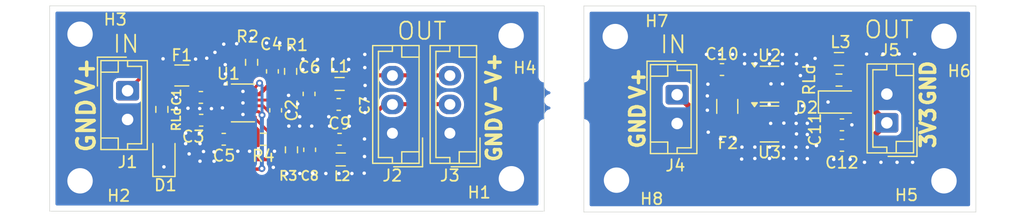
<source format=kicad_pcb>
(kicad_pcb (version 20241229) (generator "pcbnew") (generator_version "9.0")
  (layers (0 "F.Cu" signal) (2 "B.Cu" signal) (13 "F.Paste" user) (15 "B.Paste" user) (5 "F.SilkS" user "F.Silkscreen") (7 "B.SilkS" user "B.Silkscreen") (1 "F.Mask" user) (3 "B.Mask" user) (25 "Edge.Cuts" user))
  (net 0 "")
  (net 1 "/AVSS")
  (net 2 "AGND")
  (net 3 "/AVDD")
  (net 4 "RAW_A")
  (net 5 "Net-(U1-C+)")
  (net 6 "Net-(U1-C-)")
  (net 7 "Net-(U1-CP)")
  (net 8 "/+2.52V")
  (net 9 "/-2.56V")
  (net 10 "RAW_D")
  (net 11 "Net-(U2-OUT)")
  (net 12 "Net-(U1-FB+)")
  (net 13 "Net-(U1-FB-)")
  (net 16 "/3.3V")
  (net 17 "DGND")
  (net 18 "/RAWA_Unprotected")
  (net 19 "/RAWD_Unprotected")
  (net 20 "Net-(D1-A)")
  (net 21 "Net-(D2-A)")
  (footprint "Capacitor_SMD:C_0603_1608Metric_Pad1.08x0.95mm_HandSolder" (layer "F.Cu") (at 112.4977 103.4542 180)
    (property "Reference" "C9" (at 0 1.3716 0) (layer "F.SilkS"))
    (property "Value" "10u")
    (pad "1" smd roundrect (at -0.8625 0 180) (size 1.075 0.95) (layers "F.Cu" "F.Mask" "F.Paste") (net 1 "/AVSS"))
    (pad "2" smd roundrect (at 0.8625 0 180) (size 1.075 0.95) (layers "F.Cu" "F.Mask" "F.Paste") (net 2 "AGND"))
  )
  (footprint "Capacitor_SMD:C_0603_1608Metric_Pad1.08x0.95mm_HandSolder" (layer "F.Cu") (at 100.5078 101.8032 180)
    (property "Reference" "C3" (at 0.6847 -1.4224 180) (layer "F.SilkS"))
    (property "Value" "4.7u")
    (pad "1" smd roundrect (at -0.8625 0 180) (size 1.075 0.95) (layers "F.Cu" "F.Mask" "F.Paste") (net 7 "Net-(U1-CP)"))
    (pad "2" smd roundrect (at 0.8625 0 180) (size 1.075 0.95) (layers "F.Cu" "F.Mask" "F.Paste") (net 2 "AGND"))
  )
  (footprint "Capacitor_SMD:C_0603_1608Metric_Pad1.08x0.95mm_HandSolder" (layer "F.Cu") (at 102.4647 103.4542)
    (property "Reference" "C5" (at 0.0254 1.4224 180) (layer "F.SilkS"))
    (property "Value" "2.2u")
    (pad "1" smd roundrect (at -0.8625 0) (size 1.075 0.95) (layers "F.Cu" "F.Mask" "F.Paste") (net 9 "/-2.56V"))
    (pad "2" smd roundrect (at 0.8625 0) (size 1.075 0.95) (layers "F.Cu" "F.Mask" "F.Paste") (net 2 "AGND"))
  )
  (footprint "Resistor_SMD:R_0603_1608Metric_Pad0.98x0.95mm_HandSolder" (layer "F.Cu") (at 97.1053 100.8634 -90)
    (property "Reference" "RLd" (at 0.8636 -1.2446 90) (layer "F.SilkS") (effects (font (size 0.75 0.75))))
    (property "Value" "5k")
    (pad "1" smd roundrect (at -0.9125 0 270) (size 0.975 0.95) (layers "F.Cu" "F.Mask" "F.Paste") (net 4 "RAW_A"))
    (pad "2" smd roundrect (at 0.9125 0 270) (size 0.975 0.95) (layers "F.Cu" "F.Mask" "F.Paste") (net 20 "Net-(D1-A)"))
  )
  (footprint "Connector_JST:JST_EH_B2B-EH-A_1x02_P2.50mm_Vertical" (layer "F.Cu") (at 94.1335 99.2378 -90)
    (property "Reference" "J1" (at 6.1976 0 180) (layer "F.SilkS"))
    (property "Value" "Conn_01x02_Pin")
    (pad "1" thru_hole roundrect (at 0 0 270) (size 1.7 2) (drill 1) (layers "*.Cu" "*.Mask") (roundrect_rratio 0.147059) (net 18 "/RAWA_Unprotected"))
    (pad "2" thru_hole oval (at 2.5 0 270) (size 1.7 2) (drill 1) (layers "*.Cu" "*.Mask") (net 2 "AGND"))
  )
  (footprint "Connector_JST:JST_EH_B3B-EH-A_1x03_P2.50mm_Vertical" (layer "F.Cu") (at 122.0529 102.9316 90)
    (property "Reference" "J3" (at -3.6722 -0.0048 180) (layer "F.SilkS"))
    (property "Value" "Conn_01x03_Pin")
    (pad "1" thru_hole roundrect (at 0 0 90) (size 1.7 1.95) (drill 0.95) (layers "*.Cu" "*.Mask") (roundrect_rratio 0.147059) (net 2 "AGND"))
    (pad "2" thru_hole oval (at 2.5 0 90) (size 1.7 1.95) (drill 0.95) (layers "*.Cu" "*.Mask") (net 1 "/AVSS"))
    (pad "3" thru_hole oval (at 5 0 90) (size 1.7 1.95) (drill 0.95) (layers "*.Cu" "*.Mask") (net 3 "/AVDD"))
  )
  (footprint "MountingHole:MountingHole_2.2mm_M2_DIN965_Pad_TopBottom" (layer "F.Cu") (at 90.0187 94.3356)
    (property "Reference" "H3" (at 3.048 -1.27 0) (layer "F.SilkS"))
    (property "Value" "MountingHole_Pad")
    (pad "1" thru_hole circle (at 0 0) (size 2.6 2.6) (drill 2.2) (layers "*.Cu" "*.Mask") (net 2 "AGND"))
    (pad "1" connect circle (at 0 0) (size 3.8 3.8) (layers "F.Cu" "F.Mask") (net 2 "AGND"))
    (pad "1" connect circle (at 0 0) (size 3.8 3.8) (layers "B.Cu" "B.Mask") (net 2 "AGND"))
  )
  (footprint "Capacitor_SMD:C_0603_1608Metric_Pad1.08x0.95mm_HandSolder" (layer "F.Cu") (at 112.4215 100.4316 180)
    (property "Reference" "C7" (at -2.2606 -0.1016 90) (layer "F.SilkS") (effects (font (size 0.8 0.8))))
    (property "Value" "10u")
    (pad "1" smd roundrect (at -0.8625 0 180) (size 1.075 0.95) (layers "F.Cu" "F.Mask" "F.Paste") (net 3 "/AVDD"))
    (pad "2" smd roundrect (at 0.8625 0 180) (size 1.075 0.95) (layers "F.Cu" "F.Mask" "F.Paste") (net 2 "AGND"))
  )
  (footprint "Resistor_SMD:R_0603_1608Metric_Pad0.98x0.95mm_HandSolder" (layer "F.Cu") (at 108.2559 97.5614 90)
    (property "Reference" "R1" (at 2.286 0.5334 180) (layer "F.SilkS"))
    (property "Value" "110k")
    (pad "1" smd roundrect (at -0.9125 0 90) (size 0.975 0.95) (layers "F.Cu" "F.Mask" "F.Paste") (net 8 "/+2.52V"))
    (pad "2" smd roundrect (at 0.9125 0 90) (size 0.975 0.95) (layers "F.Cu" "F.Mask" "F.Paste") (net 12 "Net-(U1-FB+)"))
  )
  (footprint "MountingHole:MountingHole_2.2mm_M2_DIN965_Pad_TopBottom" (layer "F.Cu") (at 127.3567 94.4626)
    (property "Reference" "H4" (at 1.1938 2.794 0) (layer "F.SilkS"))
    (property "Value" "MountingHole_Pad")
    (pad "1" thru_hole circle (at 0 0) (size 2.6 2.6) (drill 2.2) (layers "*.Cu" "*.Mask") (net 2 "AGND"))
    (pad "1" connect circle (at 0 0) (size 3.8 3.8) (layers "F.Cu" "F.Mask") (net 2 "AGND"))
    (pad "1" connect circle (at 0 0) (size 3.8 3.8) (layers "B.Cu" "B.Mask") (net 2 "AGND"))
  )
  (footprint "MountingHole:MountingHole_2.2mm_M2_DIN965_Pad_TopBottom" (layer "F.Cu") (at 127.3821 106.8832)
    (property "Reference" "H1" (at -2.794 1.1938 0) (layer "F.SilkS"))
    (property "Value" "MountingHole_Pad")
    (pad "1" thru_hole circle (at 0 0) (size 2.6 2.6) (drill 2.2) (layers "*.Cu" "*.Mask") (net 2 "AGND"))
    (pad "1" connect circle (at 0 0) (size 3.8 3.8) (layers "F.Cu" "F.Mask") (net 2 "AGND"))
    (pad "1" connect circle (at 0 0) (size 3.8 3.8) (layers "B.Cu" "B.Mask") (net 2 "AGND"))
  )
  (footprint "Capacitor_SMD:C_0603_1608Metric_Pad1.08x0.95mm_HandSolder" (layer "F.Cu") (at 106.9605 100.9396 -90)
    (property "Reference" "C2" (at 0 -1.397 90) (layer "F.SilkS"))
    (property "Value" "0.47u")
    (pad "1" smd roundrect (at -0.8625 0 270) (size 1.075 0.95) (layers "F.Cu" "F.Mask" "F.Paste") (net 5 "Net-(U1-C+)"))
    (pad "2" smd roundrect (at 0.8625 0 270) (size 1.075 0.95) (layers "F.Cu" "F.Mask" "F.Paste") (net 6 "Net-(U1-C-)"))
  )
  (footprint "LED_SMD:LED_0805_2012Metric_Pad1.15x1.40mm_HandSolder" (layer "F.Cu") (at 97.2831 104.8258 90)
    (property "Reference" "D1" (at -2.6162 0.127 180) (layer "F.SilkS"))
    (property "Value" "LED")
    (pad "1" smd roundrect (at -1.025 0 90) (size 1.15 1.4) (layers "F.Cu" "F.Mask" "F.Paste") (roundrect_rratio 0.217391) (net 2 "AGND"))
    (pad "2" smd roundrect (at 1.025 0 90) (size 1.15 1.4) (layers "F.Cu" "F.Mask" "F.Paste") (roundrect_rratio 0.217391) (net 20 "Net-(D1-A)"))
  )
  (footprint "Fuse:Fuse_1206_3216Metric_Pad1.42x1.75mm_HandSolder" (layer "F.Cu") (at 98.8325 97.917 180)
    (property "Reference" "F1" (at 0 1.7526 0) (layer "F.SilkS"))
    (property "Value" "Fuse")
    (pad "1" smd roundrect (at -1.4875 0 180) (size 1.425 1.75) (layers "F.Cu" "F.Mask" "F.Paste") (roundrect_rratio 0.175439) (net 4 "RAW_A"))
    (pad "2" smd roundrect (at 1.4875 0 180) (size 1.425 1.75) (layers "F.Cu" "F.Mask" "F.Paste") (roundrect_rratio 0.175439) (net 18 "/RAWA_Unprotected"))
  )
  (footprint "Package_TO_SOT_SMD:SOT-23-5" (layer "F.Cu") (at 149.736618 98.682204)
    (property "Reference" "U2" (at 0 -2.4983 0) (layer "F.SilkS"))
    (property "Value" "TLV70233_SOT23-5" (hide yes))
    (pad "1" smd roundrect (at -1.1375 -0.95) (size 1.325 0.6) (layers "F.Cu" "F.Mask" "F.Paste") (net 10 "RAW_D"))
    (pad "2" smd roundrect (at -1.1375 0) (size 1.325 0.6) (layers "F.Cu" "F.Mask" "F.Paste") (net 17 "DGND"))
    (pad "3" smd roundrect (at -1.1375 0.95) (size 1.325 0.6) (layers "F.Cu" "F.Mask" "F.Paste") (net 10 "RAW_D"))
    (pad "4" smd roundrect (at 1.1375 0.95) (size 1.325 0.6) (layers "F.Cu" "F.Mask" "F.Paste"))
    (pad "5" smd roundrect (at 1.1375 -0.95) (size 1.325 0.6) (layers "F.Cu" "F.Mask" "F.Paste") (net 11 "Net-(U2-OUT)"))
  )
  (footprint "Inductor_SMD:L_0805_2012Metric" (layer "F.Cu") (at 112.4977 98.6536)
    (property "Reference" "L1" (at -0.0254 -1.524 0) (layer "F.SilkS"))
    (property "Value" "22u")
    (pad "1" smd roundrect (at -1.0625 0) (size 0.875 1.2) (layers "F.Cu" "F.Mask" "F.Paste") (net 8 "/+2.52V"))
    (pad "2" smd roundrect (at 1.0625 0) (size 0.875 1.2) (layers "F.Cu" "F.Mask" "F.Paste") (net 3 "/AVDD"))
  )
  (footprint "Package_SON:WSON-12-1EP_3x2mm_P0.5mm_EP1x2.65_ThermalVias" (layer "F.Cu") (at 104.12805 100.3006)
    (property "Reference" "U1" (at -1.25695 -2.536 0) (layer "F.SilkS"))
    (property "Value" "LM27762")
    (pad "1" smd roundrect (at -0.95 -1.25) (size 0.5 0.25) (layers "F.Cu" "F.Mask" "F.Paste") (net 2 "AGND"))
    (pad "2" smd roundrect (at -0.95 -0.75) (size 0.5 0.25) (layers "F.Cu" "F.Mask" "F.Paste") (net 12 "Net-(U1-FB+)"))
    (pad "3" smd roundrect (at -0.95 -0.25) (size 0.5 0.25) (layers "F.Cu" "F.Mask" "F.Paste") (net 4 "RAW_A"))
    (pad "4" smd roundrect (at -0.95 0.25) (size 0.5 0.25) (layers "F.Cu" "F.Mask" "F.Paste") (net 2 "AGND"))
    (pad "5" smd roundrect (at -0.95 0.75) (size 0.5 0.25) (layers "F.Cu" "F.Mask" "F.Paste") (net 7 "Net-(U1-CP)"))
    (pad "6" smd roundrect (at -0.95 1.25) (size 0.5 0.25) (layers "F.Cu" "F.Mask" "F.Paste") (net 9 "/-2.56V"))
    (pad "7" smd roundrect (at 0.95 1.25) (size 0.5 0.25) (layers "F.Cu" "F.Mask" "F.Paste") (net 13 "Net-(U1-FB-)"))
    (pad "8" smd roundrect (at 0.95 0.75) (size 0.5 0.25) (layers "F.Cu" "F.Mask" "F.Paste") (net 4 "RAW_A"))
    (pad "9" smd roundrect (at 0.95 0.25) (size 0.5 0.25) (layers "F.Cu" "F.Mask" "F.Paste") (net 6 "Net-(U1-C-)"))
    (pad "10" smd roundrect (at 0.95 -0.25) (size 0.5 0.25) (layers "F.Cu" "F.Mask" "F.Paste") (net 5 "Net-(U1-C+)"))
    (pad "11" smd roundrect (at 0.95 -0.75) (size 0.5 0.25) (layers "F.Cu" "F.Mask" "F.Paste") (net 8 "/+2.52V"))
    (pad "12" smd roundrect (at 0.95 -1.25) (size 0.5 0.25) (layers "F.Cu" "F.Mask" "F.Paste") (net 4 "RAW_A"))
    (pad "13" thru_hole circle (at 0 -1 90) (size 0.6 0.6) (drill 0.3) (layers "*.Cu") (net 2 "AGND"))
    (pad "13" thru_hole circle (at 0 0) (size 0.6 0.6) (drill 0.3) (layers "*.Cu") (net 2 "AGND"))
    (pad "13" smd rect (at 0 0) (size 1 2.65) (layers "F.Cu" "F.Mask") (net 2 "AGND"))
    (pad "13" smd rect (at 0 0) (size 1 2.65) (layers "B.Cu") (net 2 "AGND"))
    (pad "13" thru_hole circle (at 0 1) (size 0.6 0.6) (drill 0.3) (layers "*.Cu") (net 2 "AGND"))
  )
  (footprint "LED_SMD:LED_0805_2012Metric_Pad1.15x1.40mm_HandSolder" (layer "F.Cu") (at 155.832618 100.221404)
    (property "Reference" "D2" (at -2.8702 0.483715 0) (layer "F.SilkS"))
    (property "Value" "LED")
    (pad "1" smd roundrect (at -1.025 0) (size 1.15 1.4) (layers "F.Cu" "F.Mask" "F.Paste") (roundrect_rratio 0.217391) (net 17 "DGND"))
    (pad "2" smd roundrect (at 1.025 0) (size 1.15 1.4) (layers "F.Cu" "F.Mask" "F.Paste") (roundrect_rratio 0.217391) (net 21 "Net-(D2-A)"))
  )
  (footprint "Resistor_SMD:R_0603_1608Metric_Pad0.98x0.95mm_HandSolder" (layer "F.Cu") (at 105.8937 103.4542 180)
    (property "Reference" "R4" (at 0 -1.4478 0) (layer "F.SilkS"))
    (property "Value" "100k")
    (pad "1" smd roundrect (at -0.9125 0 180) (size 0.975 0.95) (layers "F.Cu" "F.Mask" "F.Paste") (net 13 "Net-(U1-FB-)"))
    (pad "2" smd roundrect (at 0.9125 0 180) (size 0.975 0.95) (layers "F.Cu" "F.Mask" "F.Paste") (net 2 "AGND"))
  )
  (footprint "Capacitor_SMD:C_0603_1608Metric_Pad1.08x0.95mm_HandSolder" (layer "F.Cu") (at 100.4835 99.822 180)
    (property "Reference" "C1" (at 2.1082 0.0254 90) (layer "F.SilkS") (effects (font (size 0.75 0.75))))
    (property "Value" "4.7u")
    (pad "1" smd roundrect (at -0.8625 0 180) (size 1.075 0.95) (layers "F.Cu" "F.Mask" "F.Paste") (net 4 "RAW_A"))
    (pad "2" smd roundrect (at 0.8625 0 180) (size 1.075 0.95) (layers "F.Cu" "F.Mask" "F.Paste") (net 2 "AGND"))
  )
  (footprint "Capacitor_SMD:C_0603_1608Metric_Pad1.08x0.95mm_HandSolder" (layer "F.Cu") (at 106.6811 97.5614 -90)
    (property "Reference" "C4" (at -2.3622 0.1016 180) (layer "F.SilkS"))
    (property "Value" "2.2u")
    (pad "1" smd roundrect (at -0.8625 0 270) (size 1.075 0.95) (layers "F.Cu" "F.Mask" "F.Paste") (net 2 "AGND"))
    (pad "2" smd roundrect (at 0.8625 0 270) (size 1.075 0.95) (layers "F.Cu" "F.Mask" "F.Paste") (net 8 "/+2.52V"))
  )
  (footprint "Resistor_SMD:R_0603_1608Metric_Pad0.98x0.95mm_HandSolder" (layer "F.Cu") (at 104.8777 96.774 -90)
    (property "Reference" "R2" (at -2.2352 0.3556 180) (layer "F.SilkS"))
    (property "Value" "100k")
    (pad "1" smd roundrect (at -0.9125 0 270) (size 0.975 0.95) (layers "F.Cu" "F.Mask" "F.Paste") (net 12 "Net-(U1-FB+)"))
    (pad "2" smd roundrect (at 0.9125 0 270) (size 0.975 0.95) (layers "F.Cu" "F.Mask" "F.Paste") (net 2 "AGND"))
  )
  (footprint "Inductor_SMD:L_0805_2012Metric" (layer "F.Cu") (at 155.756418 96.487604)
    (property "Reference" "L3" (at 0.127 -1.4721 180) (layer "F.SilkS"))
    (property "Value" "22u")
    (pad "1" smd roundrect (at -1.0625 0) (size 0.875 1.2) (layers "F.Cu" "F.Mask" "F.Paste") (net 11 "Net-(U2-OUT)"))
    (pad "2" smd roundrect (at 1.0625 0) (size 0.875 1.2) (layers "F.Cu" "F.Mask" "F.Paste") (net 16 "/3.3V"))
  )
  (footprint "Fuse:Fuse_1206_3216Metric_Pad1.42x1.75mm_HandSolder" (layer "F.Cu") (at 146.079018 100.602404 -90)
    (property "Reference" "F2" (at 3.175 -0.0508 180) (layer "F.SilkS"))
    (property "Value" "Fuse")
    (pad "1" smd roundrect (at -1.4875 0 270) (size 1.425 1.75) (layers "F.Cu" "F.Mask" "F.Paste") (roundrect_rratio 0.175439) (net 10 "RAW_D"))
    (pad "2" smd roundrect (at 1.4875 0 270) (size 1.425 1.75) (layers "F.Cu" "F.Mask" "F.Paste") (roundrect_rratio 0.175439) (net 19 "/RAWD_Unprotected"))
  )
  (footprint "MountingHole:MountingHole_2.2mm_M2_DIN965_Pad_TopBottom" (layer "F.Cu") (at 136.376218 94.537158)
    (property "Reference" "H7" (at 3.59795 -1.33735 0) (layer "F.SilkS"))
    (property "Value" "MountingHole_Pad")
    (pad "1" thru_hole circle (at 0 0) (size 2.6 2.6) (drill 2.2) (layers "*.Cu" "*.Mask") (net 17 "DGND"))
    (pad "1" connect circle (at 0 0) (size 3.8 3.8) (layers "F.Cu" "F.Mask") (net 17 "DGND"))
    (pad "1" connect circle (at 0 0) (size 3.8 3.8) (layers "B.Cu" "B.Mask") (net 17 "DGND"))
  )
  (footprint "Capacitor_SMD:C_0603_1608Metric_Pad1.08x0.95mm_HandSolder" (layer "F.Cu") (at 109.8561 99.5172 -90)
    (property "Reference" "C6" (at -2.3114 -0.0254 180) (layer "F.SilkS"))
    (property "Value" "10u")
    (pad "1" smd roundrect (at -0.8625 0 270) (size 1.075 0.95) (layers "F.Cu" "F.Mask" "F.Paste") (net 8 "/+2.52V"))
    (pad "2" smd roundrect (at 0.8625 0 270) (size 1.075 0.95) (layers "F.Cu" "F.Mask" "F.Paste") (net 2 "AGND"))
  )
  (footprint "Capacitor_SMD:C_0603_1608Metric_Pad1.08x0.95mm_HandSolder" (layer "F.Cu") (at 109.9069 104.3686 90)
    (property "Reference" "C8" (at -2.2606 0 180) (layer "F.SilkS") (effects (font (size 0.8 0.8))))
    (property "Value" "10u")
    (pad "1" smd roundrect (at -0.8625 0 90) (size 1.075 0.95) (layers "F.Cu" "F.Mask" "F.Paste") (net 9 "/-2.56V"))
    (pad "2" smd roundrect (at 0.8625 0 90) (size 1.075 0.95) (layers "F.Cu" "F.Mask" "F.Paste") (net 2 "AGND"))
  )
  (footprint "MountingHole:MountingHole_2.2mm_M2_DIN965_Pad_TopBottom" (layer "F.Cu") (at 90.0187 107.061)
    (property "Reference" "H2" (at 3.3528 1.2954 0) (layer "F.SilkS"))
    (property "Value" "MountingHole_Pad")
    (pad "1" thru_hole circle (at 0 0) (size 2.6 2.6) (drill 2.2) (layers "*.Cu" "*.Mask") (net 2 "AGND"))
    (pad "1" connect circle (at 0 0) (size 3.8 3.8) (layers "F.Cu" "F.Mask") (net 2 "AGND"))
    (pad "1" connect circle (at 0 0) (size 3.8 3.8) (layers "B.Cu" "B.Mask") (net 2 "AGND"))
  )
  (footprint "Resistor_SMD:R_0603_1608Metric_Pad0.98x0.95mm_HandSolder" (layer "F.Cu") (at 155.756418 98.316404)
    (property "Reference" "RLd" (at -2.582929 -0.024285 90) (layer "F.SilkS"))
    (property "Value" "5k")
    (pad "1" smd roundrect (at -0.9125 0) (size 0.975 0.95) (layers "F.Cu" "F.Mask" "F.Paste") (net 16 "/3.3V"))
    (pad "2" smd roundrect (at 0.9125 0) (size 0.975 0.95) (layers "F.Cu" "F.Mask" "F.Paste") (net 21 "Net-(D2-A)"))
  )
  (footprint "Connector_JST:JST_EH_B3B-EH-A_1x03_P2.50mm_Vertical" (layer "F.Cu") (at 117.0745 102.9316 90)
    (property "Reference" "J2" (at -3.6722 -0.0048 180) (layer "F.SilkS"))
    (property "Value" "Conn_01x03_Pin")
    (pad "1" thru_hole roundrect (at 0 0 90) (size 1.7 1.95) (drill 0.95) (layers "*.Cu" "*.Mask") (roundrect_rratio 0.147059) (net 2 "AGND"))
    (pad "2" thru_hole oval (at 2.5 0 90) (size 1.7 1.95) (drill 0.95) (layers "*.Cu" "*.Mask") (net 1 "/AVSS"))
    (pad "3" thru_hole oval (at 5 0 90) (size 1.7 1.95) (drill 0.95) (layers "*.Cu" "*.Mask") (net 3 "/AVDD"))
  )
  (footprint "MountingHole:MountingHole_2.2mm_M2_DIN965_Pad_TopBottom" (layer "F.Cu") (at 164.849618 107.059358)
    (property "Reference" "H5" (at -3.2512 1.2446 0) (layer "F.SilkS"))
    (property "Value" "MountingHole_Pad")
    (pad "1" thru_hole circle (at 0 0) (size 2.6 2.6) (drill 2.2) (layers "*.Cu" "*.Mask") (net 17 "DGND"))
    (pad "1" connect circle (at 0 0) (size 3.8 3.8) (layers "F.Cu" "F.Mask") (net 17 "DGND"))
    (pad "1" connect circle (at 0 0) (size 3.8 3.8) (layers "B.Cu" "B.Mask") (net 17 "DGND"))
  )
  (footprint "MountingHole:MountingHole_2.2mm_M2_DIN965_Pad_TopBottom" (layer "F.Cu") (at 136.486668 107.004304)
    (property "Reference" "H8" (at 3.048 1.6256 0) (layer "F.SilkS"))
    (property "Value" "MountingHole_Pad")
    (pad "1" thru_hole circle (at 0 0) (size 2.6 2.6) (drill 2.2) (layers "*.Cu" "*.Mask") (net 17 "DGND"))
    (pad "1" connect circle (at 0 0) (size 3.8 3.8) (layers "F.Cu" "F.Mask") (net 17 "DGND"))
    (pad "1" connect circle (at 0 0) (size 3.8 3.8) (layers "B.Cu" "B.Mask") (net 17 "DGND"))
  )
  (footprint "Capacitor_SMD:C_0603_1608Metric_Pad1.08x0.95mm_HandSolder" (layer "F.Cu") (at 145.621818 97.402004 180)
    (property "Reference" "C10" (at 0 1.3462 0) (layer "F.SilkS"))
    (property "Value" "4.7u")
    (pad "1" smd roundrect (at -0.8625 0 180) (size 1.075 0.95) (layers "F.Cu" "F.Mask" "F.Paste") (net 10 "RAW_D"))
    (pad "2" smd roundrect (at 0.8625 0 180) (size 1.075 0.95) (layers "F.Cu" "F.Mask" "F.Paste") (net 17 "DGND"))
  )
  (footprint "Connector_JST:JST_EH_B2B-EH-A_1x02_P2.50mm_Vertical" (layer "F.Cu") (at 159.901418 102.030204 90)
    (property "Reference" "J5" (at 6.3046 0.2492 180) (layer "F.SilkS"))
    (property "Value" "Conn_01x02_Pin")
    (pad "1" thru_hole roundrect (at 0 0 90) (size 1.7 2) (drill 1) (layers "*.Cu" "*.Mask") (roundrect_rratio 0.147059) (net 16 "/3.3V"))
    (pad "2" thru_hole oval (at 2.5 0 90) (size 1.7 2) (drill 1) (layers "*.Cu" "*.Mask") (net 17 "DGND"))
  )
  (footprint "Inductor_SMD:L_0805_2012Metric" (layer "F.Cu") (at 112.5993 105.2068)
    (property "Reference" "L2" (at 0.127 1.4478 180) (layer "F.SilkS") (effects (font (size 0.8 0.8))))
    (property "Value" "22u")
    (pad "1" smd roundrect (at -1.0625 0) (size 0.875 1.2) (layers "F.Cu" "F.Mask" "F.Paste") (net 9 "/-2.56V"))
    (pad "2" smd roundrect (at 1.0625 0) (size 0.875 1.2) (layers "F.Cu" "F.Mask" "F.Paste") (net 1 "/AVSS"))
  )
  (footprint "Capacitor_SMD:C_0603_1608Metric_Pad1.08x0.95mm_HandSolder" (layer "F.Cu") (at 156.010418 103.980604 180)
    (property "Reference" "C12" (at 0 -1.4986 180) (layer "F.SilkS"))
    (property "Value" "10u")
    (pad "1" smd roundrect (at -0.8625 0 180) (size 1.075 0.95) (layers "F.Cu" "F.Mask" "F.Paste") (net 16 "/3.3V"))
    (pad "2" smd roundrect (at 0.8625 0 180) (size 1.075 0.95) (layers "F.Cu" "F.Mask" "F.Paste") (net 17 "DGND"))
  )
  (footprint "Resistor_SMD:R_0603_1608Metric_Pad0.98x0.95mm_HandSolder" (layer "F.Cu") (at 108.3321 104.3686 -90)
    (property "Reference" "R3" (at 2.2606 0.2794 180) (layer "F.SilkS") (effects (font (size 0.8 0.8))))
    (property "Value" "110k")
    (pad "1" smd roundrect (at -0.9125 0 270) (size 0.975 0.95) (layers "F.Cu" "F.Mask" "F.Paste") (net 13 "Net-(U1-FB-)"))
    (pad "2" smd roundrect (at 0.9125 0 270) (size 0.975 0.95) (layers "F.Cu" "F.Mask" "F.Paste") (net 9 "/-2.56V"))
  )
  (footprint "MountingHole:MountingHole_2.2mm_M2_DIN965_Pad_TopBottom" (layer "F.Cu") (at 164.849618 94.511758)
    (property "Reference" "H6" (at 1.3208 3.0226 0) (layer "F.SilkS"))
    (property "Value" "MountingHole_Pad")
    (pad "1" thru_hole circle (at 0 0) (size 2.6 2.6) (drill 2.2) (layers "*.Cu" "*.Mask") (net 17 "DGND"))
    (pad "1" connect circle (at 0 0) (size 3.8 3.8) (layers "F.Cu" "F.Mask") (net 17 "DGND"))
    (pad "1" connect circle (at 0 0) (size 3.8 3.8) (layers "B.Cu" "B.Mask") (net 17 "DGND"))
  )
  (footprint "Package_TO_SOT_SMD:SOT-23-5" (layer "F.Cu") (at 149.736618 102.126404)
    (property "Reference" "U3" (at 0 2.4638 0) (layer "F.SilkS"))
    (property "Value" "TLV70233_SOT23-5" (hide yes))
    (pad "1" smd roundrect (at -1.1375 -0.95) (size 1.325 0.6) (layers "F.Cu" "F.Mask" "F.Paste") (net 10 "RAW_D"))
    (pad "2" smd roundrect (at -1.1375 0) (size 1.325 0.6) (layers "F.Cu" "F.Mask" "F.Paste") (net 17 "DGND"))
    (pad "3" smd roundrect (at -1.1375 0.95) (size 1.325 0.6) (layers "F.Cu" "F.Mask" "F.Paste") (net 10 "RAW_D"))
    (pad "4" smd roundrect (at 1.1375 0.95) (size 1.325 0.6) (layers "F.Cu" "F.Mask" "F.Paste"))
    (pad "5" smd roundrect (at 1.1375 -0.95) (size 1.325 0.6) (layers "F.Cu" "F.Mask" "F.Paste") (net 11 "Net-(U2-OUT)"))
  )
  (footprint "Connector_JST:JST_EH_B2B-EH-A_1x02_P2.50mm_Vertical" (layer "F.Cu") (at 141.735618 99.586404 -90)
    (property "Reference" "J4" (at 6.1479 0.1524 180) (layer "F.SilkS"))
    (property "Value" "Conn_01x02_Pin")
    (pad "1" thru_hole roundrect (at 0 0 270) (size 1.7 2) (drill 1) (layers "*.Cu" "*.Mask") (roundrect_rratio 0.147059) (net 19 "/RAWD_Unprotected"))
    (pad "2" thru_hole oval (at 2.5 0 270) (size 1.7 2) (drill 1) (layers "*.Cu" "*.Mask") (net 17 "DGND"))
  )
  (footprint "Capacitor_SMD:C_0603_1608Metric_Pad1.08x0.95mm_HandSolder" (layer "F.Cu") (at 156.010418 102.202604)
    (property "Reference" "C11" (at -2.3368 0.4064 90) (layer "F.SilkS"))
    (property "Value" "10u")
    (pad "1" smd roundrect (at -0.8625 0) (size 1.075 0.95) (layers "F.Cu" "F.Mask" "F.Paste") (net 11 "Net-(U2-OUT)"))
    (pad "2" smd roundrect (at 0.8625 0) (size 1.075 0.95) (layers "F.Cu" "F.Mask" "F.Paste") (net 17 "DGND"))
  )
  (gr_line (start 130.2269 109.7026) (end 130.2269 102.2096) (stroke (width 0.05)) (layer "Edge.Cuts"))
  (gr_line (start 130.2269 91.8718) (end 87.3869 91.8718) (stroke (width 0.05)) (layer "Edge.Cuts"))
  (gr_line (start 130.2269 102.2096) (end 130.2269 98.0186) (stroke (width 0.05)) (layer "Edge.Cuts"))
  (gr_line (start 130.2269 98.0186) (end 130.2269 91.8718) (stroke (width 0.05)) (layer "Edge.Cuts"))
  (gr_line (start 133.656293 91.881354) (end 133.6559 98.0186) (stroke (width 0.05)) (layer "Edge.Cuts"))
  (gr_line (start 133.6559 98.0186) (end 133.6559 102.2096) (stroke (width 0.05)) (layer "Edge.Cuts"))
  (gr_line (start 167.612644 109.768662) (end 167.612644 91.881354) (stroke (width 0.05)) (layer "Edge.Cuts"))
  (gr_line (start 167.612644 91.881354) (end 133.656293 91.881354) (stroke (width 0.05)) (layer "Edge.Cuts"))
  (gr_line (start 133.656293 109.768662) (end 167.612644 109.768662) (stroke (width 0.05)) (layer "Edge.Cuts"))
  (gr_line (start 133.6559 102.2096) (end 133.656293 109.768662) (stroke (width 0.05)) (layer "Edge.Cuts"))
  (gr_line (start 87.3869 109.7026) (end 130.2269 109.7026) (stroke (width 0.05)) (layer "Edge.Cuts"))
  (gr_line (start 87.3869 109.7026) (end 87.3869 91.8718) (stroke (width 0.05)) (layer "Edge.Cuts"))
  (gr_text "GND" (at 91.4335 104.7378 90) (layer "F.SilkS") (effects (font (size 1.5 1.5) (thickness 0.3) (bold yes)) (justify left bottom)))
  (gr_text "OUT\n" (at 117.3745 94.9316 0) (layer "F.SilkS") (effects (font (size 1.5 1.5)) (justify left bottom)))
  (gr_text "3V3" (at 164.209118 104.376804 90) (layer "F.SilkS") (effects (font (size 1.25 1.25) (thickness 0.3) (bold yes)) (justify left bottom)))
  (gr_text "V+" (at 91.3649 99.7458 90) (layer "F.SilkS") (effects (font (size 1.5 1.5) (thickness 0.3) (bold yes)) (justify left bottom)))
  (gr_text "V-\n" (at 126.6201 101.5492 90) (layer "F.SilkS") (effects (font (size 1.25 1.25) (thickness 0.3) (bold yes)) (justify left bottom)))
  (gr_text "GND" (at 164.209118 100.693804 90) (layer "F.SilkS") (effects (font (size 1.25 1.25) (thickness 0.3) (bold yes)) (justify left bottom)))
  (gr_text "GND" (at 126.6201 105.5624 90) (layer "F.SilkS") (effects (font (size 1.25 1.25) (thickness 0.3) (bold yes)) (justify left bottom)))
  (gr_text "IN" (at 140.160818 96.107704 0) (layer "F.SilkS") (effects (font (size 1.5 1.5)) (justify left bottom)))
  (gr_text "OUT\n" (at 157.839218 94.812304 0) (layer "F.SilkS") (effects (font (size 1.5 1.5)) (justify left bottom)))
  (gr_text "V+\n" (at 126.5693 98.806 90) (layer "F.SilkS") (effects (font (size 1.25 1.25) (thickness 0.3) (bold yes)) (justify left bottom)))
  (gr_text "IN" (at 92.7619 96.0628 0) (layer "F.SilkS") (effects (font (size 1.5 1.5)) (justify left bottom)))
  (gr_text "V+\n" (at 139.035618 100.109604 90) (layer "F.SilkS") (effects (font (size 1.25 1.25) (thickness 0.3) (bold yes)) (justify left bottom)))
  (gr_text "GND" (at 139.035618 104.402204 90) (layer "F.SilkS") (effects (font (size 1.25 1.25) (thickness 0.3) (bold yes)) (justify left bottom)))
  (segment (start 116.4082 100.4062) (end 121.9767 100.4062) (width 0.35) (layer "F.Cu") (net 1))
  (segment (start 113.4375 103.5315) (end 113.4375 104.9825) (width 0.35) (layer "F.Cu") (net 1))
  (segment (start 113.3613 103.4542) (end 113.3602 103.4542) (width 0.35) (layer "F.Cu") (net 1))
  (segment (start 113.3602 103.4542) (end 113.4375 103.5315) (width 0.35) (layer "F.Cu") (net 1))
  (segment (start 113.3602 103.4542) (end 116.4082 100.4062) (width 0.35) (layer "F.Cu") (net 1))
  (segment (start 113.4375 104.9825) (end 113.6618 105.2068) (width 0.35) (layer "F.Cu") (net 1))
  (segment (start 109.855 100.3808) (end 109.8561 100.3797) (width 0.35) (layer "F.Cu") (net 2))
  (segment (start 110.0847 103.3283) (end 109.9069 103.5061) (width 0.2) (layer "F.Cu") (net 2))
  (segment (start 102.607814 98.644314) (end 103.0141 99.0506) (width 0.25) (layer "F.Cu") (net 2))
  (segment (start 108.8655 100.3808) (end 109.855 100.3808) (width 0.35) (layer "F.Cu") (net 2))
  (segment (start 99.4686 101.6254) (end 99.621 101.473) (width 0.35) (layer "F.Cu") (net 2))
  (segment (start 110.0847 102.362) (end 110.0847 103.3283) (width 0.2) (layer "F.Cu") (net 2))
  (segment (start 111.6341 102.4128) (end 111.6341 103.4531) (width 0.2) (layer "F.Cu") (net 2))
  (segment (start 102.98765 99.0506) (end 103.17805 99.0506) (width 0.25) (layer "F.Cu") (net 2))
  (segment (start 111.6341 103.4531) (end 111.6352 103.4542) (width 0.35) (layer "F.Cu") (net 2))
  (segment (start 111.559 101.4973) (end 111.559 100.4316) (width 0.35) (layer "F.Cu") (net 2))
  (segment (start 103.0141 99.0506) (end 103.17805 99.0506) (width 0.25) (layer "F.Cu") (net 2))
  (via (at 102.347713 100.731503) (size 0.6) (drill 0.3) (layers "F.Cu" "B.Cu") (net 2))
  (via (at 113.2851 96.52) (size 0.6) (drill 0.3) (layers "F.Cu" "B.Cu") (net 2))
  (via (at 101.3979 100.797) (size 0.6) (drill 0.3) (layers "F.Cu" "B.Cu") (net 2))
  (via (at 108.1797 95.5294) (size 0.6) (drill 0.3) (layers "F.Cu" "B.Cu") (net 2))
  (via (at 103.6839 104.4956) (size 0.6) (drill 0.3) (layers "F.Cu" "B.Cu") (net 2))
  (via (at 111.559 101.4973) (size 0.6) (drill 0.3) (layers "F.Cu" "B.Cu") (net 2))
  (via (at 114.6821 97.2312) (size 0.6) (drill 0.3) (layers "F.Cu" "B.Cu") (net 2))
  (via (at 99.4675 104.7242) (size 0.6) (drill 0.3) (layers "F.Cu" "B.Cu") (net 2))
  (via (at 98.3499 99.822) (size 0.6) (drill 0.3) (layers "F.Cu" "B.Cu") (net 2))
  (via (at 108.0781 99.6442) (size 0.6) (drill 0.3) (layers "F.Cu" "B.Cu") (net 2))
  (via (at 109.3227 97.409) (size 0.6) (drill 0.3) (layers "F.Cu" "B.Cu") (net 2))
  (via (at 114.6567 103.4288) (size 0.6) (drill 0.3) (layers "F.Cu" "B.Cu") (net 2))
  (via (at 113.2851 97.409) (size 0.6) (drill 0.3) (layers "F.Cu" "B.Cu") (net 2))
  (via (at 99.1627 103.8352) (size 0.6) (drill 0.3) (layers "F.Cu" "B.Cu") (net 2))
  (via (at 104.8777 94.6912) (size 0.6) (drill 0.3) (layers "F.Cu" "B.Cu") (net 2))
  (via (at 100.7121 104.521) (size 0.6) (drill 0.3) (layers "F.Cu" "B.Cu") (net 2))
  (via (at 108.1035 102.3112) (size 0.6) (drill 0.3) (layers "F.Cu" "B.Cu") (net 2))
  (via (at 102.59412 96.9772) (size 0.6) (drill 0.3) (layers "F.Cu" "B.Cu") (net 2))
  (via (at 113.3359 102.3112) (size 0.6) (drill 0.3) (layers "F.Cu" "B.Cu") (net 2))
  (via (at 98.3499 100.7618) (size 0.6) (drill 0.3) (layers "F.Cu" "B.Cu") (net 2))
  (via (at 111.6341 102.3112) (size 0.6) (drill 0.3) (layers "F.Cu" "B.Cu") (net 2))
  (via (at 100.9915 96.4184) (size 0.6) (drill 0.3) (layers "F.Cu" "B.Cu") (net 2))
  (via (at 109.05346 106.426) (size 0.6) (drill 0.3) (layers "F.Cu" "B.Cu") (net 2))
  (via (at 102.6171 97.79) (size 0.6) (drill 0.3) (layers "F.Cu" "B.Cu") (net 2))
  (via (at 114.7075 99.949) (size 0.6) (drill 0.3) (layers "F.Cu" "B.Cu") (net 2))
  (via (at 114.6313 106.4006) (size 0.6) (drill 0.3) (layers "F.Cu" "B.Cu") (net 2))
  (via (at 100.0263 96.4946) (size 0.6) (drill 0.3) (layers "F.Cu" "B.Cu") (net 2))
  (via (at 106.1731 95.0976) (size 0.6) (drill 0.3) (layers "F.Cu" "B.Cu") (net 2))
  (via (at 110.0847 102.3112) (size 0.6) (drill 0.3) (layers "F.Cu" "B.Cu") (net 2))
  (via (at 102.4647 95.1992) (size 0.6) (drill 0.3) (layers "F.Cu" "B.Cu") (net 2))
  (via (at 109.0433 101.4984) (size 0.6) (drill 0.3) (layers "F.Cu" "B.Cu") (net 2))
  (via (at 113.5645 106.426) (size 0.6) (drill 0.3) (layers "F.Cu" "B.Cu") (net 2))
  (via (at 114.7075 101.1428) (size 0.6) (drill 0.3) (layers "F.Cu" "B.Cu") (net 2))
  (via (at 111.9135 96.4946) (size 0.6) (drill 0.3) (layers "F.Cu" "B.Cu") (net 2))
  (via (at 99.3659 100.7618) (size 0.6) (drill 0.3) (layers "F.Cu" "B.Cu") (net 2))
  (via (at 101.6265 104.5464) (size 0.6) (drill 0.3) (layers "F.Cu" "B.Cu") (net 2))
  (via (at 111.9135 97.409) (size 0.6) (drill 0.3) (layers "F.Cu" "B.Cu") (net 2))
  (via (at 108.1035 101.0412) (size 0.6) (drill 0.3) (layers "F.Cu" "B.Cu") (net 2))
  (via (at 97.2069 96.4692) (size 0.6) (drill 0.3) (layers "F.Cu" "B.Cu") (net 2))
  (via (at 100.3565 102.9208) (size 0.6) (drill 0.3) (layers "F.Cu" "B.Cu") (net 2))
  (via (at 106.8589 104.4956) (size 0.6) (drill 0.3) (layers "F.Cu" "B.Cu") (net 2))
  (via (at 102.607814 98.644314) (size 0.6) (drill 0.3) (layers "F.Cu" "B.Cu") (net 2))
  (via (at 100.4073 105.3592) (size 0.6) (drill 0.3) (layers "F.Cu" "B.Cu") (net 2))
  (via (at 107.9257 106.426) (size 0.6) (drill 0.3) (layers "F.Cu" "B.Cu") (net 2))
  (via (at 104.6999 104.4956) (size 0.6) (drill 0.3) (layers "F.Cu" "B.Cu") (net 2))
  (via (at 100.4073 103.8352) (size 0.6) (drill 0.3) (layers "F.Cu" "B.Cu") (net 2))
  (via (at 109.3227 96.4946) (size 0.6) (drill 0.3) (layers "F.Cu" "B.Cu") (net 2))
  (via (at 101.7027 95.9104) (size 0.6) (drill 0.3) (layers "F.Cu" "B.Cu") (net 2))
  (via (at 114.6821 96.0882) (size 0.6) (drill 0.3) (layers "F.Cu" "B.Cu") (net 2))
  (via (at 108.8655 100.3808) (size 0.6) (drill 0.3) (layers "F.Cu" "B.Cu") (net 2))
  (via (at 110.5861 96.52) (size 0.6) (drill 0.3) (layers "F.Cu" "B.Cu") (net 2))
  (via (at 114.7075 98.7806) (size 0.6) (drill 0.3) (layers "F.Cu" "B.Cu") (net 2))
  (via (at 103.5823 95.1588) (size 0.6) (drill 0.3) (layers "F.Cu" "B.Cu") (net 2))
  (via (at 111.30898 106.426) (size 0.6) (drill 0.3) (layers "F.Cu" "B.Cu") (net 2))
  (via (at 106.7573 105.8926) (size 0.6) (drill 0.3) (layers "F.Cu" "B.Cu") (net 2))
  (via (at 110.5673 97.409) (size 0.6) (drill 0.3) (layers "F.Cu" "B.Cu") (net 2))
  (via (at 107.3161 95.0976) (size 0.6) (drill 0.3) (layers "F.Cu" "B.Cu") (net 2))
  (via (at 114.6567 104.9528) (size 0.6) (drill 0.3) (layers "F.Cu" "B.Cu") (net 2))
  (via (at 113.3359 101.473) (size 0.6) (drill 0.3) (layers "F.Cu" "B.Cu") (net 2))
  (via (at 100.3819 100.7872) (size 0.6) (drill 0.3) (layers "F.Cu" "B.Cu") (net 2))
  (via (at 109.0433 102.3112) (size 0.6) (drill 0.3) (layers "F.Cu" "B.Cu") (net 2))
  (via (at 97.2831 105.8508) (size 0.6) (drill 0.3) (layers "F.Cu" "B.Cu") (net 2))
  (via (at 99.1627 102.9208) (size 0.6) (drill 0.3) (layers "F.Cu" "B.Cu") (net 2))
  (via (at 112.43674 106.426) (size 0.6) (drill 0.3) (layers "F.Cu" "B.Cu") (net 2))
  (via (at 110.18122 106.426) (size 0.6) (drill 0.3) (layers "F.Cu" "B.Cu") (net 2))
  (via (at 101.6265 105.3592) (size 0.6) (drill 0.3) (layers "F.Cu" "B.Cu") (net 2))
  (segment (start 113.5602 100.1554) (end 113.284 100.4316) (width 0.35) (layer "F.Cu") (net 3))
  (segment (start 114.3076 97.9062) (end 121.9767 97.9062) (width 0.35) (layer "F.Cu") (net 3))
  (segment (start 113.5602 98.6536) (end 113.5602 100.1554) (width 0.35) (layer "F.Cu") (net 3))
  (segment (start 113.5602 98.6536) (end 114.3076 97.9062) (width 0.35) (layer "F.Cu") (net 3))
  (segment (start 105.07805 101.0506) (end 105.476416 101.0506) (width 0.25) (layer "F.Cu") (net 4))
  (segment (start 101.2963 99.695) (end 101.2963 99.8485) (width 0.3) (layer "F.Cu") (net 4))
  (segment (start 101.6 100.0506) (end 101.4476 99.8982) (width 0.25) (layer "F.Cu") (net 4))
  (segment (start 105.568252 98.582152) (end 105.546498 98.582152) (width 0.25) (layer "F.Cu") (net 4))
  (segment (start 103.17805 100.0506) (end 101.6 100.0506) (width 0.25) (layer "F.Cu") (net 4))
  (segment (start 105.7159 106.045) (end 105.7667 105.9942) (width 0.3) (layer "F.Cu") (net 4))
  (segment (start 98.4388 104.7115) (end 99.7723 106.045) (width 0.3) (layer "F.Cu") (net 4))
  (segment (start 97.1053 100.449554) (end 98.4388 101.783054) (width 0.3) (layer "F.Cu") (net 4))
  (segment (start 100.32 97.917) (end 99.28937 97.917) (width 0.3) (layer "F.Cu") (net 4))
  (segment (start 98.4388 101.783054) (end 98.4388 104.7115) (width 0.3) (layer "F.Cu") (net 4))
  (segment (start 99.28937 97.917) (end 97.4609 99.74547) (width 0.3) (layer "F.Cu") (net 4))
  (segment (start 100.32 97.917) (end 100.32 98.7187) (width 0.3) (layer "F.Cu") (net 4))
  (segment (start 97.1053 99.9509) (end 97.1053 100.449554) (width 0.3) (layer "F.Cu") (net 4))
  (segment (start 100.32 98.7187) (end 101.2963 99.695) (width 0.3) (layer "F.Cu") (net 4))
  (segment (start 105.546498 98.582152) (end 105.07805 99.0506) (width 0.25) (layer "F.Cu") (net 4))
  (segment (start 105.476416 101.0506) (end 105.781958 101.356142) (width 0.25) (layer "F.Cu") (net 4))
  (segment (start 99.7723 106.045) (end 105.7159 106.045) (width 0.3) (layer "F.Cu") (net 4))
  (via (at 105.568252 98.582152) (size 0.6) (drill 0.3) (layers "F.Cu" "B.Cu") (net 4))
  (via (at 105.7667 105.9942) (size 0.6) (drill 0.3) (layers "F.Cu" "B.Cu") (net 4))
  (via (at 105.781958 101.356142) (size 0.6) (drill 0.3) (layers "F.Cu" "B.Cu") (net 4))
  (segment (start 105.781958 98.795858) (end 105.568252 98.582152) (width 0.25) (layer "B.Cu") (net 4))
  (segment (start 105.781958 101.356142) (end 105.781958 98.795858) (width 0.25) (layer "B.Cu") (net 4))
  (segment (start 105.7667 105.9942) (end 105.7667 101.3714) (width 0.35) (layer "B.Cu") (net 4))
  (segment (start 105.7667 101.3714) (end 105.781958 101.356142) (width 0.35) (layer "B.Cu") (net 4))
  (segment (start 106.8578 100.0506) (end 105.07805 100.0506) (width 0.25) (layer "F.Cu") (net 5))
  (segment (start 106.9351 100.1279) (end 106.8578 100.0506) (width 0.25) (layer "F.Cu") (net 5))
  (segment (start 105.8603 100.5506) (end 105.07805 100.5506) (width 0.25) (layer "F.Cu") (net 6))
  (segment (start 106.9351 101.6254) (end 105.8603 100.5506) (width 0.25) (layer "F.Cu") (net 6))
  (segment (start 106.9351 101.8529) (end 106.9351 101.6254) (width 0.25) (layer "F.Cu") (net 6))
  (segment (start 102.1853 101.7778) (end 101.3968 101.7778) (width 0.25) (layer "F.Cu") (net 7))
  (segment (start 103.17805 101.0506) (end 102.9125 101.0506) (width 0.25) (layer "F.Cu") (net 7))
  (segment (start 102.9125 101.0506) (end 102.1853 101.7778) (width 0.25) (layer "F.Cu") (net 7))
  (segment (start 105.07805 99.5506) (end 105.5544 99.5506) (width 0.35) (layer "F.Cu") (net 8))
  (segment (start 106.4028 98.5001) (end 106.7827 98.5001) (width 0.25) (layer "F.Cu") (net 8))
  (segment (start 108.2059 98.4239) (end 108.2559 98.4739) (width 0.35) (layer "F.Cu") (net 8))
  (segment (start 111.2555 98.4739) (end 111.4352 98.6536) (width 0.35) (layer "F.Cu") (net 8))
  (segment (start 106.6811 98.4239) (end 108.2059 98.4239) (width 0.35) (layer "F.Cu") (net 8))
  (segment (start 105.5544 99.5506) (end 106.6811 98.4239) (width 0.35) (layer "F.Cu") (net 8))
  (segment (start 108.2559 98.4739) (end 111.2555 98.4739) (width 0.35) (layer "F.Cu") (net 8))
  (segment (start 101.6022 103.4531) (end 101.6022 103.4542) (width 0.35) (layer "F.Cu") (net 9))
  (segment (start 103.17805 101.5506) (end 103.17805 101.87725) (width 0.35) (layer "F.Cu") (net 9))
  (segment (start 108.2422 105.1912) (end 108.3321 105.2811) (width 0.35) (layer "F.Cu") (net 9))
  (segment (start 103.17805 101.87725) (end 101.6022 103.4531) (width 0.35) (layer "F.Cu") (net 9))
  (segment (start 109.9312 105.2068) (end 109.9069 105.2311) (width 0.35) (layer "F.Cu") (net 9))
  (segment (start 108.3321 105.2811) (end 111.4625 105.2811) (width 0.35) (layer "F.Cu") (net 9))
  (segment (start 103.3392 105.1912) (end 108.2422 105.1912) (width 0.35) (layer "F.Cu") (net 9))
  (segment (start 101.6022 103.4542) (end 103.3392 105.1912) (width 0.35) (layer "F.Cu") (net 9))
  (segment (start 147.933218 97.732204) (end 146.550518 99.114904) (width 0.5) (layer "F.Cu") (net 10))
  (segment (start 146.079018 99.114904) (end 146.484318 98.709604) (width 0.5) (layer "F.Cu") (net 10))
  (segment (start 146.079018 99.114904) (end 146.079018 99.408604) (width 0.5) (layer "F.Cu") (net 10))
  (segment (start 147.912818 99.632204) (end 147.107718 100.437304) (width 0.3) (layer "F.Cu") (net 10))
  (segment (start 146.484318 98.709604) (end 146.484318 97.402004) (width 0.5) (layer "F.Cu") (net 10))
  (segment (start 148.599118 99.632204) (end 147.912818 99.632204) (width 0.3) (layer "F.Cu") (net 10))
  (segment (start 147.936619 103.076404) (end 148.599118 103.076404) (width 0.3) (layer "F.Cu") (net 10))
  (segment (start 147.425218 102.565003) (end 147.936619 103.076404) (width 0.3) (layer "F.Cu") (net 10))
  (segment (start 147.107718 100.437304) (end 147.846818 101.176404) (width 0.5) (layer "F.Cu") (net 10))
  (segment (start 146.079018 99.357804) (end 146.079018 99.114904) (width 0.5) (layer "F.Cu") (net 10))
  (segment (start 148.599118 97.732204) (end 147.933218 97.732204) (width 0.5) (layer "F.Cu") (net 10))
  (segment (start 147.425218 100.754804) (end 147.425218 102.565003) (width 0.3) (layer "F.Cu") (net 10))
  (segment (start 147.846818 101.176404) (end 148.599118 101.176404) (width 0.5) (layer "F.Cu") (net 10))
  (segment (start 147.107718 100.437304) (end 147.425218 100.754804) (width 0.3) (layer "F.Cu") (net 10))
  (segment (start 146.079018 99.408604) (end 147.107718 100.437304) (width 0.5) (layer "F.Cu") (net 10))
  (segment (start 146.550518 99.114904) (end 146.079018 99.114904) (width 0.5) (layer "F.Cu") (net 10))
  (segment (start 148.599118 101.176404) (end 148.538118 101.237404) (width 0.5) (layer "F.Cu") (net 10))
  (segment (start 150.889818 101.176404) (end 150.874118 101.176404) (width 0.5) (layer "F.Cu") (net 11))
  (segment (start 153.368818 97.812704) (end 153.368818 99.332404) (width 0.5) (layer "F.Cu") (net 11))
  (segment (start 154.693918 96.487604) (end 153.368818 97.812704) (width 0.5) (layer "F.Cu") (net 11))
  (segment (start 154.610418 102.202604) (end 155.147918 102.202604) (width 0.5) (layer "F.Cu") (net 11))
  (segment (start 150.874118 101.176404) (end 150.935118 101.237404) (width 0.5) (layer "F.Cu") (net 11))
  (segment (start 153.368818 99.332404) (end 153.368818 100.961004) (width 0.5) (layer "F.Cu") (net 11))
  (segment (start 153.368818 99.103804) (end 152.962418 99.103804) (width 0.5) (layer "F.Cu") (net 11))
  (segment (start 153.368818 100.961004) (end 154.610418 102.202604) (width 0.5) (layer "F.Cu") (net 11))
  (segment (start 151.159018 97.732204) (end 152.530618 99.103804) (width 0.5) (layer "F.Cu") (net 11))
  (segment (start 152.530618 99.103804) (end 153.368818 99.103804) (width 0.5) (layer "F.Cu") (net 11))
  (segment (start 150.874118 97.732204) (end 151.159018 97.732204) (width 0.5) (layer "F.Cu") (net 11))
  (segment (start 152.962418 99.103804) (end 150.889818 101.176404) (width 0.5) (layer "F.Cu") (net 11))
  (segment (start 108.3321 96.7251) (end 108.1308 96.7251) (width 0.3) (layer "F.Cu") (net 12))
  (segment (start 101.731437 96.846863) (end 102.7695 95.8088) (width 0.3) (layer "F.Cu") (net 12))
  (segment (start 101.731437 98.828067) (end 101.731437 96.846863) (width 0.3) (layer "F.Cu") (net 12))
  (segment (start 107.192746 95.8088) (end 107.270546 95.8866) (width 0.3) (layer "F.Cu") (net 12))
  (segment (start 108.1308 96.7251) (end 107.2907 95.885) (width 0.3) (layer "F.Cu") (net 12))
  (segment (start 108.109046 96.7251) (end 108.3321 96.7251) (width 0.3) (layer "F.Cu") (net 12))
  (segment (start 102.7695 95.8088) (end 107.192746 95.8088) (width 0.3) (layer "F.Cu") (net 12))
  (segment (start 103.17805 99.5506) (end 102.45397 99.5506) (width 0.3) (layer "F.Cu") (net 12))
  (segment (start 102.45397 99.5506) (end 101.731437 98.828067) (width 0.3) (layer "F.Cu") (net 12))
  (segment (start 108.3321 103.4561) (end 106.8081 103.4561) (width 0.25) (layer "F.Cu") (net 13))
  (segment (start 105.07805 101.5506) (end 106.8062 103.27875) (width 0.25) (layer "F.Cu") (net 13))
  (segment (start 106.8081 103.4561) (end 106.8062 103.4542) (width 0.25) (layer "F.Cu") (net 13))
  (segment (start 106.8062 103.27875) (end 106.8062 103.4542) (width 0.25) (layer "F.Cu") (net 13))
  (segment (start 158.144018 100.272804) (end 159.901418 102.030204) (width 0.5) (layer "F.Cu") (net 16))
  (segment (start 156.518418 96.487604) (end 154.843918 98.162104) (width 0.5) (layer "F.Cu") (net 16))
  (segment (start 157.951018 103.980604) (end 159.901418 102.030204) (width 0.5) (layer "F.Cu") (net 16))
  (segment (start 158.144018 97.503604) (end 158.144018 100.272804) (width 0.5) (layer "F.Cu") (net 16))
  (segment (start 156.872918 103.980604) (end 157.951018 103.980604) (width 0.5) (layer "F.Cu") (net 16))
  (segment (start 156.818918 96.487604) (end 156.518418 96.487604) (width 0.5) (layer "F.Cu") (net 16))
  (segment (start 154.843918 98.162104) (end 154.843918 98.316404) (width 0.5) (layer "F.Cu") (net 16))
  (segment (start 156.818918 96.487604) (end 157.128018 96.487604) (width 0.5) (layer "F.Cu") (net 16))
  (segment (start 157.128018 96.487604) (end 158.144018 97.503604) (width 0.5) (layer "F.Cu") (net 16))
  (segment (start 149.863618 98.646604) (end 149.828018 98.682204) (width 0.5) (layer "F.Cu") (net 17))
  (segment (start 153.826018 103.980604) (end 153.800618 104.006004) (width 0.5) (layer "F.Cu") (net 17))
  (segment (start 141.858518 102.089904) (end 141.842018 102.106404) (width 0.5) (layer "F.Cu") (net 17))
  (segment (start 155.147918 103.980604) (end 155.147918 103.927604) (width 0.5) (layer "F.Cu") (net 17))
  (segment (start 149.787418 102.126404) (end 149.838218 102.075604) (width 0.5) (layer "F.Cu") (net 17))
  (segment (start 148.599118 102.126404) (end 149.787418 102.126404) (width 0.5) (layer "F.Cu") (net 17))
  (segment (start 144.428018 98.646604) (end 144.402618 98.672004) (width 0.5) (layer "F.Cu") (net 17))
  (segment (start 144.428018 97.733304) (end 144.428018 98.646604) (width 0.5) (layer "F.Cu") (net 17))
  (segment (start 149.828018 98.682204) (end 148.599118 98.682204) (width 0.5) (layer "F.Cu") (net 17))
  (segment (start 155.147918 103.980604) (end 153.826018 103.980604) (width 0.5) (layer "F.Cu") (net 17))
  (segment (start 144.759318 97.402004) (end 144.428018 97.733304) (width 0.5) (layer "F.Cu") (net 17))
  (via (at 153.013218 103.040804) (size 0.6) (drill 0.3) (layers "F.Cu" "B.Cu") (net 17))
  (via (at 162.131818 105.453804) (size 0.6) (drill 0.3) (layers "F.Cu" "B.Cu") (net 17))
  (via (at 150.854218 96.086558) (size 0.6) (drill 0.3) (layers "F.Cu" "B.Cu") (net 17))
  (via (at 152.022618 104.133004) (size 0.6) (drill 0.3) (layers "F.Cu" "B.Cu") (net 17))
  (via (at 149.736618 96.894004) (size 0.6) (drill 0.3) (layers "F.Cu" "B.Cu") (net 17))
  (via (at 152.022618 105.123604) (size 0.6) (drill 0.3) (layers "F.Cu" "B.Cu") (net 17))
  (via (at 150.854218 96.894004) (size 0.6) (drill 0.3) (layers "F.Cu" "B.Cu") (net 17))
  (via (at 145.418618 96.086558) (size 0.6) (drill 0.3) (layers "F.Cu" "B.Cu") (net 17))
  (via (at 160.963418 96.055804) (size 0.6) (drill 0.3) (layers "F.Cu" "B.Cu") (net 17))
  (via (at 153.013218 102.0668) (size 0.6) (drill 0.3) (layers "F.Cu" "B.Cu") (net 17))
  (via (at 152.048018 101.212004) (size 0.6) (drill 0.3) (layers "F.Cu" "B.Cu") (net 17))
  (via (at 144.351818 99.688004) (size 0.6) (drill 0.3) (layers "F.Cu" "B.Cu") (net 17))
  (via (at 152.073418 96.894004) (size 0.6) (drill 0.3) (layers "F.Cu" "B.Cu") (net 17))
  (via (at 150.955818 105.123604) (size 0.6) (drill 0.3) (layers "F.Cu" "B.Cu") (net 17))
  (via (at 152.073418 102.990004) (size 0.6) (drill 0.3) (layers "F.Cu" "B.Cu") (net 17))
  (via (at 152.073418 96.086558) (size 0.6) (drill 0.3) (layers "F.Cu" "B.Cu") (net 17))
  (via (at 148.466618 104.133004) (size 0.6) (drill 0.3) (layers "F.Cu" "B.Cu") (net 17))
  (via (at 153.013218 104.1496) (size 0.6) (drill 0.3) (layers "F.Cu" "B.Cu") (net 17))
  (via (at 149.711218 100.424604) (size 0.6) (drill 0.3) (layers "F.Cu" "B.Cu") (net 17))
  (via (at 153.68546 96.4354) (size 0.6) (drill 0.3) (layers "F.Cu" "B.Cu") (net 17))
  (via (at 153.800618 104.006004) (size 0.6) (drill 0.3) (layers "F.Cu" "B.Cu") (net 17))
  (via (at 147.577618 96.086558) (size 0.6) (drill 0.3) (layers "F.Cu" "B.Cu") (net 17))
  (via (at 147.323618 105.174404) (size 0.6) (drill 0.3) (layers "F.Cu" "B.Cu") (net 17))
  (via (at 150.854218 98.646604) (size 0.6) (drill 0.3) (layers "F.Cu" "B.Cu") (net 17))
  (via (at 149.863618 98.646604) (size 0.6) (drill 0.3) (layers "F.Cu" "B.Cu") (net 17))
  (via (at 149.736618 96.086558) (size 0.6) (drill 0.3) (layers "F.Cu" "B.Cu") (net 17))
  (via (at 149.736618 104.133004) (size 0.6) (drill 0.3) (layers "F.Cu" "B.Cu") (net 17))
  (via (at 156.721618 105.199804) (size 0.6) (drill 0.3) (layers "F.Cu" "B.Cu") (net 17))
  (via (at 145.494818 103.421804) (size 0.6) (drill 0.3) (layers "F.Cu" "B.Cu") (net 17))
  (via (at 147.349018 104.133004) (size 0.6) (drill 0.3) (layers "F.Cu" "B.Cu") (net 17))
  (via (at 149.838218 102.075604) (size 0.6) (drill 0.3) (layers "F.Cu" "B.Cu") (net 17))
  (via (at 152.048018 102.075604) (size 0.6) (drill 0.3) (layers "F.Cu" "B.Cu") (net 17))
  (via (at 148.517418 96.894004) (size 0.6) (drill 0.3) (layers "F.Cu" "B.Cu") (net 17))
  (via (at 147.577618 96.894004) (size 0.6) (drill 0.3) (layers "F.Cu" "B.Cu") (net 17))
  (via (at 144.430099 102.839904) (size 0.6) (drill 0.3) (layers "F.Cu" "B.Cu") (net 17))
  (via (at 159.388618 105.453804) (size 0.6) (drill 0.3) (layers "F.Cu" "B.Cu") (net 17))
  (via (at 144.402618 98.672004) (size 0.6) (drill 0.3) (layers "F.Cu" "B.Cu") (net 17))
  (via (at 160.785618 105.453804) (size 0.6) (drill 0.3) (layers "F.Cu" "B.Cu") (net 17))
  (via (at 154.807618 100.221404) (size 0.6) (drill 0.3) (layers "F.Cu" "B.Cu") (net 17))
  (via (at 148.466618 105.123604) (size 0.6) (drill 0.3) (layers "F.Cu" "B.Cu") (net 17))
  (via (at 144.275618 96.086558) (size 0.6) (drill 0.3) (layers "F.Cu" "B.Cu") (net 17))
  (via (at 144.351818 100.932604) (size 0.6) (drill 0.3) (layers "F.Cu" "B.Cu") (net 17))
  (via (at 159.566418 96.055804) (size 0.6) (drill 0.3) (layers "F.Cu" "B.Cu") (net 17))
  (via (at 153.013218 97.071804) (size 0.6) (drill 0.3) (layers "F.Cu" "B.Cu") (net 17))
  (via (at 156.872918 102.202604) (size 0.6) (drill 0.3) (layers "F.Cu" "B.Cu") (net 17))
  (via (at 158.144018 96.055804) (size 0.6) (drill 0.3) (layers "F.Cu" "B.Cu") (net 17))
  (via (at 149.736618 105.123604) (size 0.6) (drill 0.3) (layers "F.Cu" "B.Cu") (net 17))
  (via (at 146.688618 103.396404) (size 0.6) (drill 0.3) (layers "F.Cu" "B.Cu") (net 17))
  (via (at 150.955818 104.133004) (size 0.6) (drill 0.3) (layers "F.Cu" "B.Cu") (net 17))
  (via (at 150.981218 102.050204) (size 0.6) (drill 0.3) (layers "F.Cu" "B.Cu") (net 17))
  (via (at 152.413249 97.925773) (size 0.6) (drill 0.3) (layers "F.Cu" "B.Cu") (net 17))
  (via (at 153.013218 105.1402) (size 0.6) (drill 0.3) (layers "F.Cu" "B.Cu") (net 17))
  (via (at 162.309618 96.055804) (size 0.6) (drill 0.3) (layers "F.Cu" "B.Cu") (net 17))
  (via (at 148.517418 96.086558) (size 0.6) (drill 0.3) (layers "F.Cu" "B.Cu") (net 17))
  (via (at 152.606818 100.551604) (size 0.6) (drill 0.3) (layers "F.Cu" "B.Cu") (net 17))
  (via (at 155.299218 105.199804) (size 0.6) (drill 0.3) (layers "F.Cu" "B.Cu") (net 17))
  (via (at 146.536218 96.086558) (size 0.6) (drill 0.3) (layers "F.Cu" "B.Cu") (net 17))
  (via (at 157.966218 105.453804) (size 0.6) (drill 0.3) (layers "F.Cu" "B.Cu") (net 17))
  (segment (start 95.4543 97.917) (end 94.1335 99.2378) (width 0.3) (layer "F.Cu") (net 18))
  (segment (start 97.345 97.917) (end 95.4543 97.917) (width 0.3) (layer "F.Cu") (net 18))
  (segment (start 141.761018 99.586404) (end 141.735618 99.586404) (width 0.5) (layer "F.Cu") (net 19))
  (segment (start 144.264518 102.089904) (end 141.761018 99.586404) (width 0.5) (layer "F.Cu") (net 19))
  (segment (start 146.079018 102.089904) (end 144.264518 102.089904) (width 0.5) (layer "F.Cu") (net 19))
  (segment (start 97.1053 101.7759) (end 97.1053 103.623) (width 0.3) (layer "F.Cu") (net 20))
  (segment (start 97.1053 103.623) (end 97.2831 103.8008) (width 0.3) (layer "F.Cu") (net 20))
  (segment (start 156.668918 100.032704) (end 156.857618 100.221404) (width 0.5) (layer "F.Cu") (net 21))
  (segment (start 156.668918 98.316404) (end 156.668918 100.032704) (width 0.5) (layer "F.Cu") (net 21))
  (zone (net 2) (net_name "AGND") (layer "F.Cu") (priority 1) (connect_pads yes (clearance 0.25)) (min_thickness 0.25) (fill yes (thermal_gap 0.5) (thermal_bridge_width 0.5))
    (polygon (pts (xy 98.8335 99.092) (xy 103.4299 99.085966) (xy 103.4299 102.5398) (xy 98.866243 102.5398)))
  )
  (zone (net 2) (net_name "AGND") (layer "F.Cu") (priority 2) (connect_pads yes (clearance 0.25)) (min_thickness 0.25) (fill yes (thermal_gap 0.5) (thermal_bridge_width 0.5))
    (polygon (pts (xy 107.4721 98.551537) (xy 105.57805 98.5506) (xy 105.57805 104.14) (xy 102.5761 104.167397) (xy 102.5761 96.1644) (xy 107.4721 96.1644)))
  )
  (zone (net 17) (net_name "DGND") (layer "B.Cu") (priority 3) (connect_pads yes (clearance 0.25)) (min_thickness 0.25) (fill yes (thermal_gap 0.5) (thermal_bridge_width 0.5))
    (polygon (pts (xy 133.655749 91.846413) (xy 133.656833 109.748055) (xy 167.983212 109.788855) (xy 167.983212 91.846413)))
  )
  (zone (net 2) (net_name "AGND") (layer "B.Cu") (connect_pads yes (clearance 0.25)) (min_thickness 0.25) (fill yes (thermal_gap 0.5) (thermal_bridge_width 0.5))
    (polygon (pts (xy 86.627334 91.364428) (xy 131.027414 91.364428) (xy 130.960912 110.135028) (xy 86.627334 110.135028)))
  )
)
</source>
